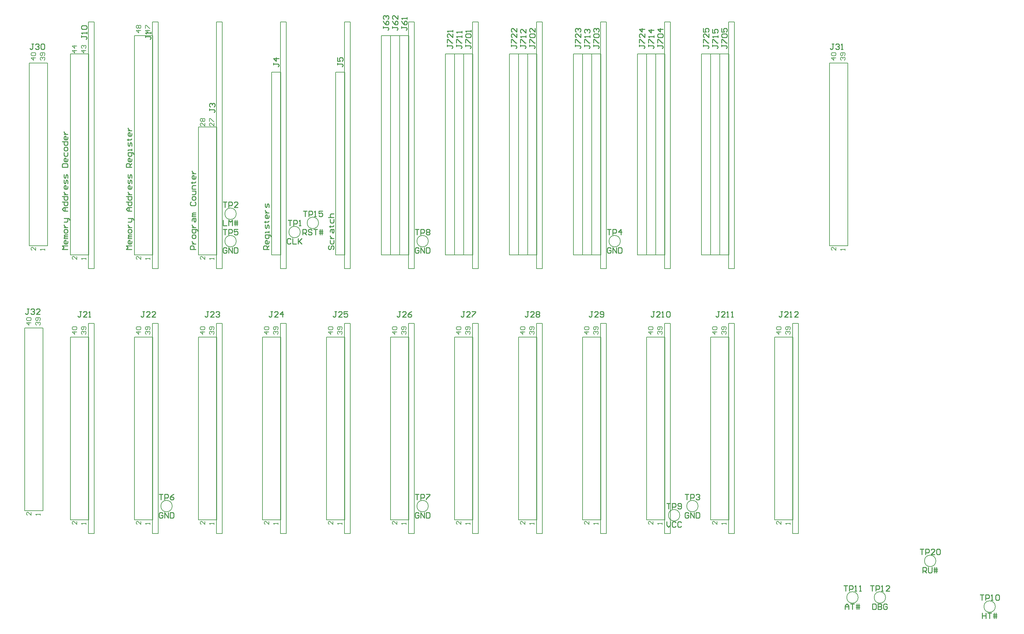
<source format=gto>
G04*
G04 #@! TF.GenerationSoftware,Altium Limited,Altium Designer,21.9.1 (22)*
G04*
G04 Layer_Color=65535*
%FSLAX25Y25*%
%MOIN*%
G70*
G04*
G04 #@! TF.SameCoordinates,ED34AEAF-C743-4D8C-A4B6-5B60F8E4C993*
G04*
G04*
G04 #@! TF.FilePolarity,Positive*
G04*
G01*
G75*
%ADD10C,0.00787*%
%ADD11C,0.00500*%
%ADD12C,0.00800*%
%ADD13C,0.01000*%
D10*
X841240Y180000D02*
G03*
X841240Y180000I-6240J0D01*
G01*
X1101240Y120000D02*
G03*
X1101240Y120000I-6240J0D01*
G01*
X426240Y490000D02*
G03*
X426240Y490000I-6240J0D01*
G01*
X1166240Y70000D02*
G03*
X1166240Y70000I-6240J0D01*
G01*
X1016240Y80000D02*
G03*
X1016240Y80000I-6240J0D01*
G01*
X1046240D02*
G03*
X1046240Y80000I-6240J0D01*
G01*
X546240Y470000D02*
G03*
X546240Y470000I-6240J0D01*
G01*
X406240Y480000D02*
G03*
X406240Y480000I-6240J0D01*
G01*
X336240Y500000D02*
G03*
X336240Y500000I-6240J0D01*
G01*
Y470000D02*
G03*
X336240Y470000I-6240J0D01*
G01*
X266240Y180000D02*
G03*
X266240Y180000I-6240J0D01*
G01*
X546240D02*
G03*
X546240Y180000I-6240J0D01*
G01*
X821240Y170000D02*
G03*
X821240Y170000I-6240J0D01*
G01*
X756240Y470000D02*
G03*
X756240Y470000I-6240J0D01*
G01*
X985000Y665000D02*
X1005000D01*
X985000Y465000D02*
X1005000D01*
X985000D02*
Y665000D01*
X1005000Y465000D02*
Y665000D01*
X785000Y365000D02*
X805000D01*
X785000Y165000D02*
X805000D01*
X785000D02*
Y365000D01*
X805000Y165000D02*
Y365000D01*
X110000Y665000D02*
X130000D01*
X110000Y465000D02*
X130000D01*
X110000D02*
Y665000D01*
X130000Y465000D02*
Y665000D01*
X225000Y695000D02*
X245000D01*
X225000Y455000D02*
X245000D01*
X225000D02*
Y695000D01*
X245000Y455000D02*
Y695000D01*
X505000Y462500D02*
Y695000D01*
Y455000D02*
Y462500D01*
Y455000D02*
X515000D01*
Y695000D01*
X505000D02*
X515000D01*
X495000Y462500D02*
Y695000D01*
Y455000D02*
Y462500D01*
Y455000D02*
X505000D01*
Y695000D01*
X495000D02*
X505000D01*
X845000Y462500D02*
Y675000D01*
Y455000D02*
Y462500D01*
Y455000D02*
X855000D01*
Y675000D01*
X845000D02*
X855000D01*
X725000Y462500D02*
Y675000D01*
Y455000D02*
Y462500D01*
Y455000D02*
X735000D01*
Y675000D01*
X725000D02*
X735000D01*
X705000Y462500D02*
Y675000D01*
Y455000D02*
Y462500D01*
Y455000D02*
X715000D01*
Y675000D01*
X705000D02*
X715000D01*
Y462500D02*
Y675000D01*
Y455000D02*
Y462500D01*
Y455000D02*
X725000D01*
Y675000D01*
X715000D02*
X725000D01*
X575000Y462500D02*
Y675000D01*
Y455000D02*
Y462500D01*
Y455000D02*
X585000D01*
Y675000D01*
X575000D02*
X585000D01*
X565000Y462500D02*
Y675000D01*
Y455000D02*
Y462500D01*
Y455000D02*
X575000D01*
Y675000D01*
X565000D02*
X575000D01*
X585000Y462500D02*
Y675000D01*
Y455000D02*
Y462500D01*
Y455000D02*
X595000D01*
Y675000D01*
X585000D02*
X595000D01*
X795000Y462500D02*
Y675000D01*
Y455000D02*
Y462500D01*
Y455000D02*
X805000D01*
Y675000D01*
X795000D02*
X805000D01*
X785000Y462500D02*
Y675000D01*
Y455000D02*
Y462500D01*
Y455000D02*
X795000D01*
Y675000D01*
X785000D02*
X795000D01*
X775000Y462500D02*
Y675000D01*
Y455000D02*
Y462500D01*
Y455000D02*
X785000D01*
Y675000D01*
X775000D02*
X785000D01*
X855000Y462500D02*
Y675000D01*
Y455000D02*
Y462500D01*
Y455000D02*
X865000D01*
Y675000D01*
X855000D02*
X865000D01*
X655000Y462500D02*
Y675000D01*
Y455000D02*
Y462500D01*
Y455000D02*
X665000D01*
Y675000D01*
X655000D02*
X665000D01*
X865000Y462500D02*
Y675000D01*
Y455000D02*
Y462500D01*
Y455000D02*
X875000D01*
Y675000D01*
X865000D02*
X875000D01*
X635000Y462500D02*
Y675000D01*
Y455000D02*
Y462500D01*
Y455000D02*
X645000D01*
Y675000D01*
X635000D02*
X645000D01*
X515000Y462500D02*
Y695000D01*
Y455000D02*
Y462500D01*
Y455000D02*
X525000D01*
Y695000D01*
X515000D02*
X525000D01*
X645000Y462500D02*
Y675000D01*
Y455000D02*
Y462500D01*
Y455000D02*
X655000D01*
Y675000D01*
X645000D02*
X655000D01*
X155000D02*
X175000D01*
X155000Y455000D02*
X175000D01*
X155000D02*
Y675000D01*
X175000Y455000D02*
Y675000D01*
X295000Y595000D02*
X315000D01*
X295000Y455000D02*
X315000D01*
Y595000D01*
X295000Y455000D02*
Y595000D01*
X375000Y462500D02*
Y655000D01*
Y455000D02*
Y462500D01*
Y455000D02*
X385000D01*
Y655000D01*
X375000D02*
X385000D01*
X445000Y462500D02*
Y655000D01*
Y455000D02*
Y462500D01*
Y455000D02*
X455000D01*
Y655000D01*
X445000D02*
X455000D01*
X125000Y175000D02*
Y375000D01*
X105000Y175000D02*
Y375000D01*
Y175000D02*
X125000D01*
X105000Y375000D02*
X125000D01*
X175000Y165000D02*
Y365000D01*
X155000Y165000D02*
Y365000D01*
Y165000D02*
X175000D01*
X155000Y365000D02*
X175000D01*
X245000Y165000D02*
Y365000D01*
X225000Y165000D02*
Y365000D01*
Y165000D02*
X245000D01*
X225000Y365000D02*
X245000D01*
X315000Y165000D02*
Y365000D01*
X295000Y165000D02*
Y365000D01*
Y165000D02*
X315000D01*
X295000Y365000D02*
X315000D01*
X385000Y165000D02*
Y365000D01*
X365000Y165000D02*
Y365000D01*
Y165000D02*
X385000D01*
X365000Y365000D02*
X385000D01*
X455000Y165000D02*
Y365000D01*
X435000Y165000D02*
Y365000D01*
Y165000D02*
X455000D01*
X435000Y365000D02*
X455000D01*
X525000Y165000D02*
Y365000D01*
X505000Y165000D02*
Y365000D01*
Y165000D02*
X525000D01*
X505000Y365000D02*
X525000D01*
X595000Y165000D02*
Y365000D01*
X575000Y165000D02*
Y365000D01*
Y165000D02*
X595000D01*
X575000Y365000D02*
X595000D01*
X665000Y165000D02*
Y365000D01*
X645000Y165000D02*
Y365000D01*
Y165000D02*
X665000D01*
X645000Y365000D02*
X665000D01*
X735000Y165000D02*
Y365000D01*
X715000Y165000D02*
Y365000D01*
Y165000D02*
X735000D01*
X715000Y365000D02*
X735000D01*
X875000Y165000D02*
Y365000D01*
X855000Y165000D02*
Y365000D01*
Y165000D02*
X875000D01*
X855000Y365000D02*
X875000D01*
X945000Y165000D02*
Y365000D01*
X925000Y165000D02*
Y365000D01*
Y165000D02*
X945000D01*
X925000Y365000D02*
X945000D01*
D11*
X181024Y150000D02*
X181024Y380000D01*
X174724Y150000D02*
X174724Y380000D01*
X174724Y150000D02*
X181024D01*
X174724Y380000D02*
X181024D01*
X321024Y150000D02*
X321024Y380000D01*
X314724Y150000D02*
X314724Y380000D01*
X314724Y150000D02*
X321024D01*
X314724Y380000D02*
X321024D01*
X391024Y150000D02*
X391024Y380000D01*
X384724Y150000D02*
X384724Y380000D01*
X384724Y150000D02*
X391024D01*
X384724Y380000D02*
X391024D01*
X461024Y150000D02*
X461024Y380000D01*
X454724Y150000D02*
X454724Y380000D01*
X454724Y150000D02*
X461024D01*
X454724Y380000D02*
X461024D01*
X531024Y150000D02*
X531024Y380000D01*
X524724Y150000D02*
X524724Y380000D01*
X524724Y150000D02*
X531024D01*
X524724Y380000D02*
X531024D01*
X601024Y150000D02*
X601024Y380000D01*
X594724Y150000D02*
X594724Y380000D01*
X594724Y150000D02*
X601024D01*
X594724Y380000D02*
X601024D01*
X671024Y150000D02*
X671024Y380000D01*
X664724Y150000D02*
X664724Y380000D01*
X664724Y150000D02*
X671024D01*
X664724Y380000D02*
X671024D01*
X741024Y150000D02*
X741024Y380000D01*
X734724Y150000D02*
X734724Y380000D01*
X734724Y150000D02*
X741024D01*
X734724Y380000D02*
X741024D01*
X811024Y150000D02*
X811024Y380000D01*
X804724Y150000D02*
X804724Y380000D01*
X804724Y150000D02*
X811024D01*
X804724Y380000D02*
X811024D01*
X874724D02*
X881024D01*
X874724Y150000D02*
X881024D01*
X874724D02*
X874724Y380000D01*
X881024Y150000D02*
X881024Y380000D01*
X944724D02*
X951024D01*
X944724Y150000D02*
X951024D01*
X944724D02*
X944724Y380000D01*
X951024Y150000D02*
X951024Y380000D01*
X321024Y440000D02*
X321024Y710000D01*
X314724Y440000D02*
X314724Y710000D01*
X251024Y150000D02*
X251024Y380000D01*
X244724Y150000D02*
X244724Y380000D01*
X244724Y150000D02*
X251024D01*
X244724Y380000D02*
X251024D01*
X874724Y710000D02*
X881024D01*
X874724Y440000D02*
X881024D01*
X804724Y710000D02*
X811024D01*
X804724Y440000D02*
X811024D01*
X734724Y710000D02*
X741024D01*
X734724Y440000D02*
X741024D01*
X664724Y710000D02*
X671024D01*
X664724Y440000D02*
X671024D01*
X594724Y710000D02*
X601024D01*
X594724Y440000D02*
X601024D01*
X524724Y710000D02*
X531024D01*
X524724Y440000D02*
X531024D01*
X454724Y710000D02*
X461024D01*
X454724Y440000D02*
X461024D01*
X384724Y710000D02*
X391024D01*
X384724Y440000D02*
X391024D01*
X314724Y710000D02*
X321024D01*
X314724Y440000D02*
X321024D01*
X244724Y710000D02*
X251024D01*
X244724Y440000D02*
X251024D01*
X181024D02*
X181024Y710000D01*
X174724Y440000D02*
X174724Y710000D01*
X251024Y440000D02*
X251024Y710000D01*
X244724Y440000D02*
X244724Y710000D01*
X391024Y440000D02*
X391024Y710000D01*
X384724Y440000D02*
X384724Y710000D01*
X461024Y440000D02*
X461024Y710000D01*
X454724Y440000D02*
X454724Y710000D01*
X531024Y440000D02*
X531024Y710000D01*
X524724Y440000D02*
X524724Y710000D01*
X601024Y440000D02*
X601024Y710000D01*
X594724Y440000D02*
X594724Y710000D01*
X881024Y440000D02*
X881024Y710000D01*
X874724Y440000D02*
X874724Y710000D01*
X811024Y440000D02*
X811024Y710000D01*
X804724Y440000D02*
X804724Y710000D01*
X671024Y440000D02*
X671024Y710000D01*
X664724Y440000D02*
X664724Y710000D01*
X734724Y440000D02*
X734724Y710000D01*
X741024Y440000D02*
X741024Y710000D01*
X174724Y440000D02*
X181024D01*
X174724Y710000D02*
X181024D01*
D12*
X997835Y668000D02*
X997002Y668833D01*
Y670499D01*
X997835Y671332D01*
X998668D01*
X999501Y670499D01*
Y669666D01*
Y670499D01*
X1000334Y671332D01*
X1001167D01*
X1002000Y670499D01*
Y668833D01*
X1001167Y668000D01*
Y672998D02*
X1002000Y673831D01*
Y675498D01*
X1001167Y676331D01*
X997835D01*
X997002Y675498D01*
Y673831D01*
X997835Y672998D01*
X998668D01*
X999501Y673831D01*
Y676331D01*
X992000Y670499D02*
X987002D01*
X989501Y668000D01*
Y671332D01*
X987835Y672998D02*
X987002Y673831D01*
Y675498D01*
X987835Y676331D01*
X991167D01*
X992000Y675498D01*
Y673831D01*
X991167Y672998D01*
X987835D01*
X992000Y463332D02*
Y460000D01*
X988668Y463332D01*
X987835D01*
X987002Y462499D01*
Y460833D01*
X987835Y460000D01*
X1002000D02*
Y461666D01*
Y460833D01*
X997002D01*
X997835Y460000D01*
X797835Y368000D02*
X797002Y368833D01*
Y370499D01*
X797835Y371332D01*
X798668D01*
X799501Y370499D01*
Y369666D01*
Y370499D01*
X800334Y371332D01*
X801167D01*
X802000Y370499D01*
Y368833D01*
X801167Y368000D01*
Y372998D02*
X802000Y373831D01*
Y375498D01*
X801167Y376331D01*
X797835D01*
X797002Y375498D01*
Y373831D01*
X797835Y372998D01*
X798668D01*
X799501Y373831D01*
Y376331D01*
X792000Y370499D02*
X787002D01*
X789501Y368000D01*
Y371332D01*
X787835Y372998D02*
X787002Y373831D01*
Y375498D01*
X787835Y376331D01*
X791167D01*
X792000Y375498D01*
Y373831D01*
X791167Y372998D01*
X787835D01*
X792000Y163332D02*
Y160000D01*
X788668Y163332D01*
X787835D01*
X787002Y162499D01*
Y160833D01*
X787835Y160000D01*
X802000D02*
Y161666D01*
Y160833D01*
X797002D01*
X797835Y160000D01*
X122835Y668000D02*
X122002Y668833D01*
Y670499D01*
X122835Y671332D01*
X123668D01*
X124501Y670499D01*
Y669666D01*
Y670499D01*
X125334Y671332D01*
X126167D01*
X127000Y670499D01*
Y668833D01*
X126167Y668000D01*
Y672998D02*
X127000Y673831D01*
Y675498D01*
X126167Y676331D01*
X122835D01*
X122002Y675498D01*
Y673831D01*
X122835Y672998D01*
X123668D01*
X124501Y673831D01*
Y676331D01*
X117000Y670499D02*
X112002D01*
X114501Y668000D01*
Y671332D01*
X112835Y672998D02*
X112002Y673831D01*
Y675498D01*
X112835Y676331D01*
X116167D01*
X117000Y675498D01*
Y673831D01*
X116167Y672998D01*
X112835D01*
X117000Y463332D02*
Y460000D01*
X113668Y463332D01*
X112835D01*
X112002Y462499D01*
Y460833D01*
X112835Y460000D01*
X127000D02*
Y461666D01*
Y460833D01*
X122002D01*
X122835Y460000D01*
X242000Y700499D02*
X237002D01*
X239501Y698000D01*
Y701332D01*
X237002Y702998D02*
Y706331D01*
X237835D01*
X241167Y702998D01*
X242000D01*
X232000Y700499D02*
X227002D01*
X229501Y698000D01*
Y701332D01*
X227835Y702998D02*
X227002Y703831D01*
Y705498D01*
X227835Y706331D01*
X228668D01*
X229501Y705498D01*
X230334Y706331D01*
X231167D01*
X232000Y705498D01*
Y703831D01*
X231167Y702998D01*
X230334D01*
X229501Y703831D01*
X228668Y702998D01*
X227835D01*
X229501Y703831D02*
Y705498D01*
X242000Y450000D02*
Y451666D01*
Y450833D01*
X237002D01*
X237835Y450000D01*
X232000Y453332D02*
Y450000D01*
X228668Y453332D01*
X227835D01*
X227002Y452499D01*
Y450833D01*
X227835Y450000D01*
X172000Y678499D02*
X167002D01*
X169501Y676000D01*
Y679332D01*
X167835Y680998D02*
X167002Y681831D01*
Y683498D01*
X167835Y684331D01*
X168668D01*
X169501Y683498D01*
Y682664D01*
Y683498D01*
X170334Y684331D01*
X171167D01*
X172000Y683498D01*
Y681831D01*
X171167Y680998D01*
X162000Y678499D02*
X157002D01*
X159501Y676000D01*
Y679332D01*
X162000Y683498D02*
X157002D01*
X159501Y680998D01*
Y684331D01*
X172000Y450000D02*
Y451666D01*
Y450833D01*
X167002D01*
X167835Y450000D01*
X162000Y453332D02*
Y450000D01*
X158668Y453332D01*
X157835D01*
X157002Y452499D01*
Y450833D01*
X157835Y450000D01*
X302000Y453332D02*
Y450000D01*
X298668Y453332D01*
X297835D01*
X297002Y452499D01*
Y450833D01*
X297835Y450000D01*
X312000D02*
Y451666D01*
Y450833D01*
X307002D01*
X307835Y450000D01*
X312000Y599332D02*
Y596000D01*
X308668Y599332D01*
X307835D01*
X307002Y598499D01*
Y596833D01*
X307835Y596000D01*
X307002Y600998D02*
Y604331D01*
X307835D01*
X311167Y600998D01*
X312000D01*
X302000Y599332D02*
Y596000D01*
X298668Y599332D01*
X297835D01*
X297002Y598499D01*
Y596833D01*
X297835Y596000D01*
Y600998D02*
X297002Y601831D01*
Y603498D01*
X297835Y604331D01*
X298668D01*
X299501Y603498D01*
X300334Y604331D01*
X301167D01*
X302000Y603498D01*
Y601831D01*
X301167Y600998D01*
X300334D01*
X299501Y601831D01*
X298668Y600998D01*
X297835D01*
X299501Y601831D02*
Y603498D01*
X122000Y170000D02*
Y171666D01*
Y170833D01*
X117002D01*
X117835Y170000D01*
X112000Y173332D02*
Y170000D01*
X108668Y173332D01*
X107835D01*
X107002Y172499D01*
Y170833D01*
X107835Y170000D01*
X112000Y380499D02*
X107002D01*
X109501Y378000D01*
Y381332D01*
X107835Y382998D02*
X107002Y383831D01*
Y385498D01*
X107835Y386331D01*
X111167D01*
X112000Y385498D01*
Y383831D01*
X111167Y382998D01*
X107835D01*
X117835Y378000D02*
X117002Y378833D01*
Y380499D01*
X117835Y381332D01*
X118668D01*
X119501Y380499D01*
Y379666D01*
Y380499D01*
X120334Y381332D01*
X121167D01*
X122000Y380499D01*
Y378833D01*
X121167Y378000D01*
Y382998D02*
X122000Y383831D01*
Y385498D01*
X121167Y386331D01*
X117835D01*
X117002Y385498D01*
Y383831D01*
X117835Y382998D01*
X118668D01*
X119501Y383831D01*
Y386331D01*
X172000Y160000D02*
Y161666D01*
Y160833D01*
X167002D01*
X167835Y160000D01*
X162000Y163332D02*
Y160000D01*
X158668Y163332D01*
X157835D01*
X157002Y162499D01*
Y160833D01*
X157835Y160000D01*
X162000Y370499D02*
X157002D01*
X159501Y368000D01*
Y371332D01*
X157835Y372998D02*
X157002Y373831D01*
Y375498D01*
X157835Y376331D01*
X161167D01*
X162000Y375498D01*
Y373831D01*
X161167Y372998D01*
X157835D01*
X167835Y368000D02*
X167002Y368833D01*
Y370499D01*
X167835Y371332D01*
X168668D01*
X169501Y370499D01*
Y369666D01*
Y370499D01*
X170334Y371332D01*
X171167D01*
X172000Y370499D01*
Y368833D01*
X171167Y368000D01*
Y372998D02*
X172000Y373831D01*
Y375498D01*
X171167Y376331D01*
X167835D01*
X167002Y375498D01*
Y373831D01*
X167835Y372998D01*
X168668D01*
X169501Y373831D01*
Y376331D01*
X242000Y160000D02*
Y161666D01*
Y160833D01*
X237002D01*
X237835Y160000D01*
X232000Y163332D02*
Y160000D01*
X228668Y163332D01*
X227835D01*
X227002Y162499D01*
Y160833D01*
X227835Y160000D01*
X232000Y370499D02*
X227002D01*
X229501Y368000D01*
Y371332D01*
X227835Y372998D02*
X227002Y373831D01*
Y375498D01*
X227835Y376331D01*
X231167D01*
X232000Y375498D01*
Y373831D01*
X231167Y372998D01*
X227835D01*
X237835Y368000D02*
X237002Y368833D01*
Y370499D01*
X237835Y371332D01*
X238668D01*
X239501Y370499D01*
Y369666D01*
Y370499D01*
X240334Y371332D01*
X241167D01*
X242000Y370499D01*
Y368833D01*
X241167Y368000D01*
Y372998D02*
X242000Y373831D01*
Y375498D01*
X241167Y376331D01*
X237835D01*
X237002Y375498D01*
Y373831D01*
X237835Y372998D01*
X238668D01*
X239501Y373831D01*
Y376331D01*
X312000Y160000D02*
Y161666D01*
Y160833D01*
X307002D01*
X307835Y160000D01*
X302000Y163332D02*
Y160000D01*
X298668Y163332D01*
X297835D01*
X297002Y162499D01*
Y160833D01*
X297835Y160000D01*
X302000Y370499D02*
X297002D01*
X299501Y368000D01*
Y371332D01*
X297835Y372998D02*
X297002Y373831D01*
Y375498D01*
X297835Y376331D01*
X301167D01*
X302000Y375498D01*
Y373831D01*
X301167Y372998D01*
X297835D01*
X307835Y368000D02*
X307002Y368833D01*
Y370499D01*
X307835Y371332D01*
X308668D01*
X309501Y370499D01*
Y369666D01*
Y370499D01*
X310334Y371332D01*
X311167D01*
X312000Y370499D01*
Y368833D01*
X311167Y368000D01*
Y372998D02*
X312000Y373831D01*
Y375498D01*
X311167Y376331D01*
X307835D01*
X307002Y375498D01*
Y373831D01*
X307835Y372998D01*
X308668D01*
X309501Y373831D01*
Y376331D01*
X382000Y160000D02*
Y161666D01*
Y160833D01*
X377002D01*
X377835Y160000D01*
X372000Y163332D02*
Y160000D01*
X368668Y163332D01*
X367835D01*
X367002Y162499D01*
Y160833D01*
X367835Y160000D01*
X372000Y370499D02*
X367002D01*
X369501Y368000D01*
Y371332D01*
X367835Y372998D02*
X367002Y373831D01*
Y375498D01*
X367835Y376331D01*
X371167D01*
X372000Y375498D01*
Y373831D01*
X371167Y372998D01*
X367835D01*
X377835Y368000D02*
X377002Y368833D01*
Y370499D01*
X377835Y371332D01*
X378668D01*
X379501Y370499D01*
Y369666D01*
Y370499D01*
X380334Y371332D01*
X381167D01*
X382000Y370499D01*
Y368833D01*
X381167Y368000D01*
Y372998D02*
X382000Y373831D01*
Y375498D01*
X381167Y376331D01*
X377835D01*
X377002Y375498D01*
Y373831D01*
X377835Y372998D01*
X378668D01*
X379501Y373831D01*
Y376331D01*
X452000Y160000D02*
Y161666D01*
Y160833D01*
X447002D01*
X447835Y160000D01*
X442000Y163332D02*
Y160000D01*
X438668Y163332D01*
X437835D01*
X437002Y162499D01*
Y160833D01*
X437835Y160000D01*
X442000Y370499D02*
X437002D01*
X439501Y368000D01*
Y371332D01*
X437835Y372998D02*
X437002Y373831D01*
Y375498D01*
X437835Y376331D01*
X441167D01*
X442000Y375498D01*
Y373831D01*
X441167Y372998D01*
X437835D01*
X447835Y368000D02*
X447002Y368833D01*
Y370499D01*
X447835Y371332D01*
X448668D01*
X449501Y370499D01*
Y369666D01*
Y370499D01*
X450334Y371332D01*
X451167D01*
X452000Y370499D01*
Y368833D01*
X451167Y368000D01*
Y372998D02*
X452000Y373831D01*
Y375498D01*
X451167Y376331D01*
X447835D01*
X447002Y375498D01*
Y373831D01*
X447835Y372998D01*
X448668D01*
X449501Y373831D01*
Y376331D01*
X522000Y160000D02*
Y161666D01*
Y160833D01*
X517002D01*
X517835Y160000D01*
X512000Y163332D02*
Y160000D01*
X508668Y163332D01*
X507835D01*
X507002Y162499D01*
Y160833D01*
X507835Y160000D01*
X512000Y370499D02*
X507002D01*
X509501Y368000D01*
Y371332D01*
X507835Y372998D02*
X507002Y373831D01*
Y375498D01*
X507835Y376331D01*
X511167D01*
X512000Y375498D01*
Y373831D01*
X511167Y372998D01*
X507835D01*
X517835Y368000D02*
X517002Y368833D01*
Y370499D01*
X517835Y371332D01*
X518668D01*
X519501Y370499D01*
Y369666D01*
Y370499D01*
X520334Y371332D01*
X521167D01*
X522000Y370499D01*
Y368833D01*
X521167Y368000D01*
Y372998D02*
X522000Y373831D01*
Y375498D01*
X521167Y376331D01*
X517835D01*
X517002Y375498D01*
Y373831D01*
X517835Y372998D01*
X518668D01*
X519501Y373831D01*
Y376331D01*
X592000Y160000D02*
Y161666D01*
Y160833D01*
X587002D01*
X587835Y160000D01*
X582000Y163332D02*
Y160000D01*
X578668Y163332D01*
X577835D01*
X577002Y162499D01*
Y160833D01*
X577835Y160000D01*
X582000Y370499D02*
X577002D01*
X579501Y368000D01*
Y371332D01*
X577835Y372998D02*
X577002Y373831D01*
Y375498D01*
X577835Y376331D01*
X581167D01*
X582000Y375498D01*
Y373831D01*
X581167Y372998D01*
X577835D01*
X587835Y368000D02*
X587002Y368833D01*
Y370499D01*
X587835Y371332D01*
X588668D01*
X589501Y370499D01*
Y369666D01*
Y370499D01*
X590334Y371332D01*
X591167D01*
X592000Y370499D01*
Y368833D01*
X591167Y368000D01*
Y372998D02*
X592000Y373831D01*
Y375498D01*
X591167Y376331D01*
X587835D01*
X587002Y375498D01*
Y373831D01*
X587835Y372998D01*
X588668D01*
X589501Y373831D01*
Y376331D01*
X662000Y160000D02*
Y161666D01*
Y160833D01*
X657002D01*
X657835Y160000D01*
X652000Y163332D02*
Y160000D01*
X648668Y163332D01*
X647835D01*
X647002Y162499D01*
Y160833D01*
X647835Y160000D01*
X652000Y370499D02*
X647002D01*
X649501Y368000D01*
Y371332D01*
X647835Y372998D02*
X647002Y373831D01*
Y375498D01*
X647835Y376331D01*
X651167D01*
X652000Y375498D01*
Y373831D01*
X651167Y372998D01*
X647835D01*
X657835Y368000D02*
X657002Y368833D01*
Y370499D01*
X657835Y371332D01*
X658668D01*
X659501Y370499D01*
Y369666D01*
Y370499D01*
X660334Y371332D01*
X661167D01*
X662000Y370499D01*
Y368833D01*
X661167Y368000D01*
Y372998D02*
X662000Y373831D01*
Y375498D01*
X661167Y376331D01*
X657835D01*
X657002Y375498D01*
Y373831D01*
X657835Y372998D01*
X658668D01*
X659501Y373831D01*
Y376331D01*
X732000Y160000D02*
Y161666D01*
Y160833D01*
X727002D01*
X727835Y160000D01*
X722000Y163332D02*
Y160000D01*
X718668Y163332D01*
X717835D01*
X717002Y162499D01*
Y160833D01*
X717835Y160000D01*
X722000Y370499D02*
X717002D01*
X719501Y368000D01*
Y371332D01*
X717835Y372998D02*
X717002Y373831D01*
Y375498D01*
X717835Y376331D01*
X721167D01*
X722000Y375498D01*
Y373831D01*
X721167Y372998D01*
X717835D01*
X727835Y368000D02*
X727002Y368833D01*
Y370499D01*
X727835Y371332D01*
X728668D01*
X729501Y370499D01*
Y369666D01*
Y370499D01*
X730334Y371332D01*
X731167D01*
X732000Y370499D01*
Y368833D01*
X731167Y368000D01*
Y372998D02*
X732000Y373831D01*
Y375498D01*
X731167Y376331D01*
X727835D01*
X727002Y375498D01*
Y373831D01*
X727835Y372998D01*
X728668D01*
X729501Y373831D01*
Y376331D01*
X872000Y160000D02*
Y161666D01*
Y160833D01*
X867002D01*
X867835Y160000D01*
X862000Y163332D02*
Y160000D01*
X858668Y163332D01*
X857835D01*
X857002Y162499D01*
Y160833D01*
X857835Y160000D01*
X862000Y370499D02*
X857002D01*
X859501Y368000D01*
Y371332D01*
X857835Y372998D02*
X857002Y373831D01*
Y375498D01*
X857835Y376331D01*
X861167D01*
X862000Y375498D01*
Y373831D01*
X861167Y372998D01*
X857835D01*
X867835Y368000D02*
X867002Y368833D01*
Y370499D01*
X867835Y371332D01*
X868668D01*
X869501Y370499D01*
Y369666D01*
Y370499D01*
X870334Y371332D01*
X871167D01*
X872000Y370499D01*
Y368833D01*
X871167Y368000D01*
Y372998D02*
X872000Y373831D01*
Y375498D01*
X871167Y376331D01*
X867835D01*
X867002Y375498D01*
Y373831D01*
X867835Y372998D01*
X868668D01*
X869501Y373831D01*
Y376331D01*
X942000Y160000D02*
Y161666D01*
Y160833D01*
X937002D01*
X937835Y160000D01*
X932000Y163332D02*
Y160000D01*
X928668Y163332D01*
X927835D01*
X927002Y162499D01*
Y160833D01*
X927835Y160000D01*
X932000Y370499D02*
X927002D01*
X929501Y368000D01*
Y371332D01*
X927835Y372998D02*
X927002Y373831D01*
Y375498D01*
X927835Y376331D01*
X931167D01*
X932000Y375498D01*
Y373831D01*
X931167Y372998D01*
X927835D01*
X937835Y368000D02*
X937002Y368833D01*
Y370499D01*
X937835Y371332D01*
X938668D01*
X939501Y370499D01*
Y369666D01*
Y370499D01*
X940334Y371332D01*
X941167D01*
X942000Y370499D01*
Y368833D01*
X941167Y368000D01*
Y372998D02*
X942000Y373831D01*
Y375498D01*
X941167Y376331D01*
X937835D01*
X937002Y375498D01*
Y373831D01*
X937835Y372998D01*
X938668D01*
X939501Y373831D01*
Y376331D01*
D13*
X1084004Y132999D02*
X1088002D01*
X1086003D01*
Y127001D01*
X1090002D02*
Y132999D01*
X1093001D01*
X1094000Y131999D01*
Y130000D01*
X1093001Y129000D01*
X1090002D01*
X1099998Y127001D02*
X1096000D01*
X1099998Y131000D01*
Y131999D01*
X1098999Y132999D01*
X1096999D01*
X1096000Y131999D01*
X1101998D02*
X1102997Y132999D01*
X1104997D01*
X1105997Y131999D01*
Y128001D01*
X1104997Y127001D01*
X1102997D01*
X1101998Y128001D01*
Y131999D01*
X1087003Y107001D02*
Y112999D01*
X1090002D01*
X1091001Y111999D01*
Y110000D01*
X1090002Y109000D01*
X1087003D01*
X1089002D02*
X1091001Y107001D01*
X1093001Y112999D02*
Y108001D01*
X1094000Y107001D01*
X1096000D01*
X1096999Y108001D01*
Y112999D01*
X1099998Y107001D02*
Y112999D01*
X1101998D02*
Y107001D01*
X1098999Y111000D02*
X1101998D01*
X1102997D01*
X1098999Y109000D02*
X1102997D01*
X827003Y192999D02*
X831001D01*
X829002D01*
Y187001D01*
X833001D02*
Y192999D01*
X836000D01*
X836999Y191999D01*
Y190000D01*
X836000Y189000D01*
X833001D01*
X838999Y191999D02*
X839998Y192999D01*
X841998D01*
X842997Y191999D01*
Y191000D01*
X841998Y190000D01*
X840998D01*
X841998D01*
X842997Y189000D01*
Y188001D01*
X841998Y187001D01*
X839998D01*
X838999Y188001D01*
X831001Y171999D02*
X830002Y172999D01*
X828002D01*
X827003Y171999D01*
Y168001D01*
X828002Y167001D01*
X830002D01*
X831001Y168001D01*
Y170000D01*
X829002D01*
X833001Y167001D02*
Y172999D01*
X836999Y167001D01*
Y172999D01*
X838999D02*
Y167001D01*
X841998D01*
X842997Y168001D01*
Y171999D01*
X841998Y172999D01*
X838999D01*
X1029503Y92999D02*
X1033502D01*
X1031503D01*
Y87001D01*
X1035501D02*
Y92999D01*
X1038500D01*
X1039500Y91999D01*
Y90000D01*
X1038500Y89000D01*
X1035501D01*
X1041500Y87001D02*
X1043499D01*
X1042499D01*
Y92999D01*
X1041500Y91999D01*
X1050497Y87001D02*
X1046498D01*
X1050497Y91000D01*
Y91999D01*
X1049497Y92999D01*
X1047498D01*
X1046498Y91999D01*
X1032003Y72999D02*
Y67001D01*
X1035002D01*
X1036001Y68001D01*
Y71999D01*
X1035002Y72999D01*
X1032003D01*
X1038001D02*
Y67001D01*
X1041000D01*
X1041999Y68001D01*
Y69000D01*
X1041000Y70000D01*
X1038001D01*
X1041000D01*
X1041999Y71000D01*
Y71999D01*
X1041000Y72999D01*
X1038001D01*
X1047997Y71999D02*
X1046998Y72999D01*
X1044998D01*
X1043999Y71999D01*
Y68001D01*
X1044998Y67001D01*
X1046998D01*
X1047997Y68001D01*
Y70000D01*
X1045998D01*
X1000503Y92999D02*
X1004502D01*
X1002502D01*
Y87001D01*
X1006501D02*
Y92999D01*
X1009500D01*
X1010500Y91999D01*
Y90000D01*
X1009500Y89000D01*
X1006501D01*
X1012499Y87001D02*
X1014499D01*
X1013499D01*
Y92999D01*
X1012499Y91999D01*
X1017498Y87001D02*
X1019497D01*
X1018497D01*
Y92999D01*
X1017498Y91999D01*
X1002003Y67001D02*
Y71000D01*
X1004002Y72999D01*
X1006001Y71000D01*
Y67001D01*
Y70000D01*
X1002003D01*
X1008001Y72999D02*
X1011999D01*
X1010000D01*
Y67001D01*
X1014998D02*
Y72999D01*
X1016998D02*
Y67001D01*
X1013999Y71000D02*
X1016998D01*
X1017997D01*
X1013999Y69000D02*
X1017997D01*
X1149503Y82999D02*
X1153502D01*
X1151503D01*
Y77001D01*
X1155501D02*
Y82999D01*
X1158500D01*
X1159500Y81999D01*
Y80000D01*
X1158500Y79000D01*
X1155501D01*
X1161500Y77001D02*
X1163499D01*
X1162499D01*
Y82999D01*
X1161500Y81999D01*
X1166498D02*
X1167498Y82999D01*
X1169497D01*
X1170497Y81999D01*
Y78001D01*
X1169497Y77001D01*
X1167498D01*
X1166498Y78001D01*
Y81999D01*
X1152003Y62999D02*
Y57001D01*
Y60000D01*
X1156001D01*
Y62999D01*
Y57001D01*
X1158001Y62999D02*
X1161999D01*
X1160000D01*
Y57001D01*
X1164998D02*
Y62999D01*
X1166998D02*
Y57001D01*
X1163999Y61000D02*
X1166998D01*
X1167997D01*
X1163999Y59000D02*
X1167997D01*
X409503Y502999D02*
X413502D01*
X411503D01*
Y497001D01*
X415501D02*
Y502999D01*
X418501D01*
X419500Y501999D01*
Y500000D01*
X418501Y499000D01*
X415501D01*
X421499Y497001D02*
X423499D01*
X422499D01*
Y502999D01*
X421499Y501999D01*
X430497Y502999D02*
X426498D01*
Y500000D01*
X428497Y501000D01*
X429497D01*
X430497Y500000D01*
Y498001D01*
X429497Y497001D01*
X427498D01*
X426498Y498001D01*
X409004Y477001D02*
Y482999D01*
X412003D01*
X413002Y481999D01*
Y480000D01*
X412003Y479000D01*
X409004D01*
X411003D02*
X413002Y477001D01*
X419000Y481999D02*
X418001Y482999D01*
X416001D01*
X415002Y481999D01*
Y481000D01*
X416001Y480000D01*
X418001D01*
X419000Y479000D01*
Y478001D01*
X418001Y477001D01*
X416001D01*
X415002Y478001D01*
X421000Y482999D02*
X424998D01*
X422999D01*
Y477001D01*
X427997D02*
Y482999D01*
X429997D02*
Y477001D01*
X426998Y481000D02*
X429997D01*
X430997D01*
X426998Y479000D02*
X430997D01*
X114599Y686098D02*
X112599D01*
X113599D01*
Y681100D01*
X112599Y680100D01*
X111600D01*
X110600Y681100D01*
X116598Y685098D02*
X117598Y686098D01*
X119597D01*
X120597Y685098D01*
Y684099D01*
X119597Y683099D01*
X118597D01*
X119597D01*
X120597Y682099D01*
Y681100D01*
X119597Y680100D01*
X117598D01*
X116598Y681100D01*
X122596Y685098D02*
X123596Y686098D01*
X125595D01*
X126595Y685098D01*
Y681100D01*
X125595Y680100D01*
X123596D01*
X122596Y681100D01*
Y685098D01*
X847001Y684999D02*
Y682999D01*
Y683999D01*
X851999D01*
X852999Y682999D01*
Y682000D01*
X851999Y681000D01*
X847001Y686998D02*
Y690997D01*
X848001D01*
X851999Y686998D01*
X852999D01*
Y696995D02*
Y692996D01*
X849000Y696995D01*
X848001D01*
X847001Y695995D01*
Y693996D01*
X848001Y692996D01*
X847001Y702993D02*
Y698994D01*
X850000D01*
X849000Y700993D01*
Y701993D01*
X850000Y702993D01*
X851999D01*
X852999Y701993D01*
Y699994D01*
X851999Y698994D01*
X857001Y684999D02*
Y682999D01*
Y683999D01*
X861999D01*
X862999Y682999D01*
Y682000D01*
X861999Y681000D01*
X857001Y686998D02*
Y690997D01*
X858001D01*
X861999Y686998D01*
X862999D01*
Y692996D02*
Y694995D01*
Y693996D01*
X857001D01*
X858001Y692996D01*
X857001Y701993D02*
Y697995D01*
X860000D01*
X859000Y699994D01*
Y700993D01*
X860000Y701993D01*
X861999D01*
X862999Y700993D01*
Y698994D01*
X861999Y697995D01*
X867001Y684999D02*
Y682999D01*
Y683999D01*
X871999D01*
X872999Y682999D01*
Y682000D01*
X871999Y681000D01*
X867001Y686998D02*
Y690997D01*
X868001D01*
X871999Y686998D01*
X872999D01*
X868001Y692996D02*
X867001Y693996D01*
Y695995D01*
X868001Y696995D01*
X871999D01*
X872999Y695995D01*
Y693996D01*
X871999Y692996D01*
X868001D01*
X867001Y702993D02*
Y698994D01*
X870000D01*
X869000Y700993D01*
Y701993D01*
X870000Y702993D01*
X871999D01*
X872999Y701993D01*
Y699994D01*
X871999Y698994D01*
X777001Y684999D02*
Y682999D01*
Y683999D01*
X781999D01*
X782999Y682999D01*
Y682000D01*
X781999Y681000D01*
X777001Y686998D02*
Y690997D01*
X778001D01*
X781999Y686998D01*
X782999D01*
Y696995D02*
Y692996D01*
X779000Y696995D01*
X778001D01*
X777001Y695995D01*
Y693996D01*
X778001Y692996D01*
X782999Y701993D02*
X777001D01*
X780000Y698994D01*
Y702993D01*
X707001Y684999D02*
Y682999D01*
Y683999D01*
X711999D01*
X712999Y682999D01*
Y682000D01*
X711999Y681000D01*
X707001Y686998D02*
Y690997D01*
X708001D01*
X711999Y686998D01*
X712999D01*
Y696995D02*
Y692996D01*
X709000Y696995D01*
X708001D01*
X707001Y695995D01*
Y693996D01*
X708001Y692996D01*
Y698994D02*
X707001Y699994D01*
Y701993D01*
X708001Y702993D01*
X709000D01*
X710000Y701993D01*
Y700993D01*
Y701993D01*
X711000Y702993D01*
X711999D01*
X712999Y701993D01*
Y699994D01*
X711999Y698994D01*
X637001Y684999D02*
Y682999D01*
Y683999D01*
X641999D01*
X642999Y682999D01*
Y682000D01*
X641999Y681000D01*
X637001Y686998D02*
Y690997D01*
X638001D01*
X641999Y686998D01*
X642999D01*
Y696995D02*
Y692996D01*
X639000Y696995D01*
X638001D01*
X637001Y695995D01*
Y693996D01*
X638001Y692996D01*
X642999Y702993D02*
Y698994D01*
X639000Y702993D01*
X638001D01*
X637001Y701993D01*
Y699994D01*
X638001Y698994D01*
X567001Y684999D02*
Y682999D01*
Y683999D01*
X571999D01*
X572999Y682999D01*
Y682000D01*
X571999Y681000D01*
X567001Y686998D02*
Y690997D01*
X568001D01*
X571999Y686998D01*
X572999D01*
Y696995D02*
Y692996D01*
X569000Y696995D01*
X568001D01*
X567001Y695995D01*
Y693996D01*
X568001Y692996D01*
X572999Y698994D02*
Y700993D01*
Y699994D01*
X567001D01*
X568001Y698994D01*
X787001Y684999D02*
Y682999D01*
Y683999D01*
X791999D01*
X792999Y682999D01*
Y682000D01*
X791999Y681000D01*
X787001Y686998D02*
Y690997D01*
X788001D01*
X791999Y686998D01*
X792999D01*
Y692996D02*
Y694995D01*
Y693996D01*
X787001D01*
X788001Y692996D01*
X792999Y700993D02*
X787001D01*
X790000Y697995D01*
Y701993D01*
X717001Y684999D02*
Y682999D01*
Y683999D01*
X721999D01*
X722999Y682999D01*
Y682000D01*
X721999Y681000D01*
X717001Y686998D02*
Y690997D01*
X718001D01*
X721999Y686998D01*
X722999D01*
Y692996D02*
Y694995D01*
Y693996D01*
X717001D01*
X718001Y692996D01*
Y697995D02*
X717001Y698994D01*
Y700993D01*
X718001Y701993D01*
X719000D01*
X720000Y700993D01*
Y699994D01*
Y700993D01*
X721000Y701993D01*
X721999D01*
X722999Y700993D01*
Y698994D01*
X721999Y697995D01*
X647001Y684999D02*
Y682999D01*
Y683999D01*
X651999D01*
X652999Y682999D01*
Y682000D01*
X651999Y681000D01*
X647001Y686998D02*
Y690997D01*
X648001D01*
X651999Y686998D01*
X652999D01*
Y692996D02*
Y694995D01*
Y693996D01*
X647001D01*
X648001Y692996D01*
X652999Y701993D02*
Y697995D01*
X649000Y701993D01*
X648001D01*
X647001Y700993D01*
Y698994D01*
X648001Y697995D01*
X577001Y684999D02*
Y682999D01*
Y683999D01*
X581999D01*
X582999Y682999D01*
Y682000D01*
X581999Y681000D01*
X577001Y686998D02*
Y690997D01*
X578001D01*
X581999Y686998D01*
X582999D01*
Y692996D02*
Y694995D01*
Y693996D01*
X577001D01*
X578001Y692996D01*
X582999Y697995D02*
Y699994D01*
Y698994D01*
X577001D01*
X578001Y697995D01*
X797001Y684999D02*
Y682999D01*
Y683999D01*
X801999D01*
X802999Y682999D01*
Y682000D01*
X801999Y681000D01*
X797001Y686998D02*
Y690997D01*
X798001D01*
X801999Y686998D01*
X802999D01*
X798001Y692996D02*
X797001Y693996D01*
Y695995D01*
X798001Y696995D01*
X801999D01*
X802999Y695995D01*
Y693996D01*
X801999Y692996D01*
X798001D01*
X802999Y701993D02*
X797001D01*
X800000Y698994D01*
Y702993D01*
X727001Y684999D02*
Y682999D01*
Y683999D01*
X731999D01*
X732999Y682999D01*
Y682000D01*
X731999Y681000D01*
X727001Y686998D02*
Y690997D01*
X728001D01*
X731999Y686998D01*
X732999D01*
X728001Y692996D02*
X727001Y693996D01*
Y695995D01*
X728001Y696995D01*
X731999D01*
X732999Y695995D01*
Y693996D01*
X731999Y692996D01*
X728001D01*
Y698994D02*
X727001Y699994D01*
Y701993D01*
X728001Y702993D01*
X729000D01*
X730000Y701993D01*
Y700993D01*
Y701993D01*
X731000Y702993D01*
X731999D01*
X732999Y701993D01*
Y699994D01*
X731999Y698994D01*
X657001Y684999D02*
Y682999D01*
Y683999D01*
X661999D01*
X662999Y682999D01*
Y682000D01*
X661999Y681000D01*
X657001Y686998D02*
Y690997D01*
X658001D01*
X661999Y686998D01*
X662999D01*
X658001Y692996D02*
X657001Y693996D01*
Y695995D01*
X658001Y696995D01*
X661999D01*
X662999Y695995D01*
Y693996D01*
X661999Y692996D01*
X658001D01*
X662999Y702993D02*
Y698994D01*
X659000Y702993D01*
X658001D01*
X657001Y701993D01*
Y699994D01*
X658001Y698994D01*
X587001Y684999D02*
Y682999D01*
Y683999D01*
X591999D01*
X592999Y682999D01*
Y682000D01*
X591999Y681000D01*
X587001Y686998D02*
Y690997D01*
X588001D01*
X591999Y686998D01*
X592999D01*
X588001Y692996D02*
X587001Y693996D01*
Y695995D01*
X588001Y696995D01*
X591999D01*
X592999Y695995D01*
Y693996D01*
X591999Y692996D01*
X588001D01*
X592999Y698994D02*
Y700993D01*
Y699994D01*
X587001D01*
X588001Y698994D01*
X497001Y704999D02*
Y702999D01*
Y703999D01*
X501999D01*
X502999Y702999D01*
Y702000D01*
X501999Y701000D01*
X497001Y710997D02*
X498001Y708997D01*
X500000Y706998D01*
X501999D01*
X502999Y707998D01*
Y709997D01*
X501999Y710997D01*
X501000D01*
X500000Y709997D01*
Y706998D01*
X498001Y712996D02*
X497001Y713996D01*
Y715995D01*
X498001Y716995D01*
X499000D01*
X500000Y715995D01*
Y714995D01*
Y715995D01*
X501000Y716995D01*
X501999D01*
X502999Y715995D01*
Y713996D01*
X501999Y712996D01*
X507001Y704999D02*
Y702999D01*
Y703999D01*
X511999D01*
X512999Y702999D01*
Y702000D01*
X511999Y701000D01*
X507001Y710997D02*
X508001Y708997D01*
X510000Y706998D01*
X511999D01*
X512999Y707998D01*
Y709997D01*
X511999Y710997D01*
X511000D01*
X510000Y709997D01*
Y706998D01*
X512999Y716995D02*
Y712996D01*
X509000Y716995D01*
X508001D01*
X507001Y715995D01*
Y713996D01*
X508001Y712996D01*
X517001Y704999D02*
Y702999D01*
Y703999D01*
X521999D01*
X522999Y702999D01*
Y702000D01*
X521999Y701000D01*
X517001Y710997D02*
X518001Y708997D01*
X520000Y706998D01*
X521999D01*
X522999Y707998D01*
Y709997D01*
X521999Y710997D01*
X521000D01*
X520000Y709997D01*
Y706998D01*
X522999Y712996D02*
Y714995D01*
Y713996D01*
X517001D01*
X518001Y712996D01*
X807003Y182999D02*
X811001D01*
X809002D01*
Y177001D01*
X813001D02*
Y182999D01*
X816000D01*
X816999Y181999D01*
Y180000D01*
X816000Y179000D01*
X813001D01*
X818999Y178001D02*
X819998Y177001D01*
X821998D01*
X822997Y178001D01*
Y181999D01*
X821998Y182999D01*
X819998D01*
X818999Y181999D01*
Y181000D01*
X819998Y180000D01*
X822997D01*
X807003Y162999D02*
Y159000D01*
X809002Y157001D01*
X811001Y159000D01*
Y162999D01*
X816999Y161999D02*
X816000Y162999D01*
X814000D01*
X813001Y161999D01*
Y158001D01*
X814000Y157001D01*
X816000D01*
X816999Y158001D01*
X822997Y161999D02*
X821998Y162999D01*
X819998D01*
X818999Y161999D01*
Y158001D01*
X819998Y157001D01*
X821998D01*
X822997Y158001D01*
X532003Y482999D02*
X536001D01*
X534002D01*
Y477001D01*
X538001D02*
Y482999D01*
X541000D01*
X541999Y481999D01*
Y480000D01*
X541000Y479000D01*
X538001D01*
X543999Y481999D02*
X544998Y482999D01*
X546998D01*
X547997Y481999D01*
Y481000D01*
X546998Y480000D01*
X547997Y479000D01*
Y478001D01*
X546998Y477001D01*
X544998D01*
X543999Y478001D01*
Y479000D01*
X544998Y480000D01*
X543999Y481000D01*
Y481999D01*
X544998Y480000D02*
X546998D01*
X536001Y461999D02*
X535002Y462999D01*
X533002D01*
X532003Y461999D01*
Y458001D01*
X533002Y457001D01*
X535002D01*
X536001Y458001D01*
Y460000D01*
X534002D01*
X538001Y457001D02*
Y462999D01*
X541999Y457001D01*
Y462999D01*
X543999D02*
Y457001D01*
X546998D01*
X547997Y458001D01*
Y461999D01*
X546998Y462999D01*
X543999D01*
X532003Y192999D02*
X536001D01*
X534002D01*
Y187001D01*
X538001D02*
Y192999D01*
X541000D01*
X541999Y191999D01*
Y190000D01*
X541000Y189000D01*
X538001D01*
X543999Y192999D02*
X547997D01*
Y191999D01*
X543999Y188001D01*
Y187001D01*
X536001Y171999D02*
X535002Y172999D01*
X533002D01*
X532003Y171999D01*
Y168001D01*
X533002Y167001D01*
X535002D01*
X536001Y168001D01*
Y170000D01*
X534002D01*
X538001Y167001D02*
Y172999D01*
X541999Y167001D01*
Y172999D01*
X543999D02*
Y167001D01*
X546998D01*
X547997Y168001D01*
Y171999D01*
X546998Y172999D01*
X543999D01*
X742003Y482999D02*
X746001D01*
X744002D01*
Y477001D01*
X748001D02*
Y482999D01*
X751000D01*
X751999Y481999D01*
Y480000D01*
X751000Y479000D01*
X748001D01*
X756998Y477001D02*
Y482999D01*
X753999Y480000D01*
X757997D01*
X746001Y461999D02*
X745002Y462999D01*
X743002D01*
X742003Y461999D01*
Y458001D01*
X743002Y457001D01*
X745002D01*
X746001Y458001D01*
Y460000D01*
X744002D01*
X748001Y457001D02*
Y462999D01*
X751999Y457001D01*
Y462999D01*
X753999D02*
Y457001D01*
X756998D01*
X757997Y458001D01*
Y461999D01*
X756998Y462999D01*
X753999D01*
X252003Y192999D02*
X256001D01*
X254002D01*
Y187001D01*
X258001D02*
Y192999D01*
X261000D01*
X261999Y191999D01*
Y190000D01*
X261000Y189000D01*
X258001D01*
X267997Y192999D02*
X265998Y191999D01*
X263999Y190000D01*
Y188001D01*
X264998Y187001D01*
X266998D01*
X267997Y188001D01*
Y189000D01*
X266998Y190000D01*
X263999D01*
X256001Y171999D02*
X255002Y172999D01*
X253002D01*
X252003Y171999D01*
Y168001D01*
X253002Y167001D01*
X255002D01*
X256001Y168001D01*
Y170000D01*
X254002D01*
X258001Y167001D02*
Y172999D01*
X261999Y167001D01*
Y172999D01*
X263999D02*
Y167001D01*
X266998D01*
X267997Y168001D01*
Y171999D01*
X266998Y172999D01*
X263999D01*
X322003Y482999D02*
X326001D01*
X324002D01*
Y477001D01*
X328001D02*
Y482999D01*
X331000D01*
X331999Y481999D01*
Y480000D01*
X331000Y479000D01*
X328001D01*
X337997Y482999D02*
X333999D01*
Y480000D01*
X335998Y481000D01*
X336998D01*
X337997Y480000D01*
Y478001D01*
X336998Y477001D01*
X334998D01*
X333999Y478001D01*
X326001Y461999D02*
X325002Y462999D01*
X323002D01*
X322003Y461999D01*
Y458001D01*
X323002Y457001D01*
X325002D01*
X326001Y458001D01*
Y460000D01*
X324002D01*
X328001Y457001D02*
Y462999D01*
X331999Y457001D01*
Y462999D01*
X333999D02*
Y457001D01*
X336998D01*
X337997Y458001D01*
Y461999D01*
X336998Y462999D01*
X333999D01*
X322003Y512999D02*
X326001D01*
X324002D01*
Y507001D01*
X328001D02*
Y512999D01*
X331000D01*
X331999Y511999D01*
Y510000D01*
X331000Y509000D01*
X328001D01*
X337997Y507001D02*
X333999D01*
X337997Y511000D01*
Y511999D01*
X336998Y512999D01*
X334998D01*
X333999Y511999D01*
X322003Y492999D02*
Y487001D01*
X326001D01*
X328001D02*
Y492999D01*
X330000Y491000D01*
X331999Y492999D01*
Y487001D01*
X334998D02*
Y492999D01*
X336998D02*
Y487001D01*
X333999Y491000D02*
X336998D01*
X337997D01*
X333999Y489000D02*
X337997D01*
X393002Y492999D02*
X397001D01*
X395002D01*
Y487001D01*
X399000D02*
Y492999D01*
X401999D01*
X402999Y491999D01*
Y490000D01*
X401999Y489000D01*
X399000D01*
X404998Y487001D02*
X406998D01*
X405998D01*
Y492999D01*
X404998Y491999D01*
X396001Y471999D02*
X395002Y472999D01*
X393002D01*
X392003Y471999D01*
Y468001D01*
X393002Y467001D01*
X395002D01*
X396001Y468001D01*
X398001Y472999D02*
Y467001D01*
X401999D01*
X403999Y472999D02*
Y467001D01*
Y469000D01*
X407997Y472999D01*
X404998Y470000D01*
X407997Y467001D01*
X109599Y396098D02*
X107599D01*
X108599D01*
Y391100D01*
X107599Y390100D01*
X106600D01*
X105600Y391100D01*
X111598Y395098D02*
X112598Y396098D01*
X114597D01*
X115597Y395098D01*
Y394099D01*
X114597Y393099D01*
X113597D01*
X114597D01*
X115597Y392099D01*
Y391100D01*
X114597Y390100D01*
X112598D01*
X111598Y391100D01*
X121595Y390100D02*
X117596D01*
X121595Y394099D01*
Y395098D01*
X120595Y396098D01*
X118596D01*
X117596Y395098D01*
X989599Y686098D02*
X987599D01*
X988599D01*
Y681100D01*
X987599Y680100D01*
X986600D01*
X985600Y681100D01*
X991598Y685098D02*
X992598Y686098D01*
X994597D01*
X995597Y685098D01*
Y684099D01*
X994597Y683099D01*
X993597D01*
X994597D01*
X995597Y682099D01*
Y681100D01*
X994597Y680100D01*
X992598D01*
X991598Y681100D01*
X997596Y680100D02*
X999596D01*
X998596D01*
Y686098D01*
X997596Y685098D01*
X167001Y694999D02*
Y692999D01*
Y693999D01*
X171999D01*
X172999Y692999D01*
Y692000D01*
X171999Y691000D01*
X172999Y696998D02*
Y698997D01*
Y697998D01*
X167001D01*
X168001Y696998D01*
Y701996D02*
X167001Y702996D01*
Y704995D01*
X168001Y705995D01*
X171999D01*
X172999Y704995D01*
Y702996D01*
X171999Y701996D01*
X168001D01*
X151999Y461000D02*
X146001D01*
X148001Y462999D01*
X146001Y464999D01*
X151999D01*
Y469997D02*
Y467998D01*
X151000Y466998D01*
X149000D01*
X148001Y467998D01*
Y469997D01*
X149000Y470997D01*
X150000D01*
Y466998D01*
X151999Y472996D02*
X148001D01*
Y473996D01*
X149000Y474996D01*
X151999D01*
X149000D01*
X148001Y475995D01*
X149000Y476995D01*
X151999D01*
Y479994D02*
Y481993D01*
X151000Y482993D01*
X149000D01*
X148001Y481993D01*
Y479994D01*
X149000Y478994D01*
X151000D01*
X151999Y479994D01*
X148001Y484992D02*
X151999D01*
X150000D01*
X149000Y485992D01*
X148001Y486992D01*
Y487991D01*
Y490990D02*
X151000D01*
X151999Y491990D01*
Y494989D01*
X152999D01*
X153999Y493989D01*
Y492990D01*
X151999Y494989D02*
X148001D01*
X151999Y502986D02*
X148001D01*
X146001Y504986D01*
X148001Y506985D01*
X151999D01*
X149000D01*
Y502986D01*
X146001Y512983D02*
X151999D01*
Y509984D01*
X151000Y508985D01*
X149000D01*
X148001Y509984D01*
Y512983D01*
X146001Y518981D02*
X151999D01*
Y515982D01*
X151000Y514983D01*
X149000D01*
X148001Y515982D01*
Y518981D01*
Y520981D02*
X151999D01*
X150000D01*
X149000Y521980D01*
X148001Y522980D01*
Y523980D01*
X151999Y529978D02*
Y527978D01*
X151000Y526979D01*
X149000D01*
X148001Y527978D01*
Y529978D01*
X149000Y530977D01*
X150000D01*
Y526979D01*
X151999Y532977D02*
Y535976D01*
X151000Y536975D01*
X150000Y535976D01*
Y533976D01*
X149000Y532977D01*
X148001Y533976D01*
Y536975D01*
X151999Y538975D02*
Y541974D01*
X151000Y542974D01*
X150000Y541974D01*
Y539974D01*
X149000Y538975D01*
X148001Y539974D01*
Y542974D01*
X146001Y550971D02*
X151999D01*
Y553970D01*
X151000Y554970D01*
X147001D01*
X146001Y553970D01*
Y550971D01*
X151999Y559968D02*
Y557969D01*
X151000Y556969D01*
X149000D01*
X148001Y557969D01*
Y559968D01*
X149000Y560968D01*
X150000D01*
Y556969D01*
X148001Y566966D02*
Y563967D01*
X149000Y562967D01*
X151000D01*
X151999Y563967D01*
Y566966D01*
Y569965D02*
Y571964D01*
X151000Y572964D01*
X149000D01*
X148001Y571964D01*
Y569965D01*
X149000Y568965D01*
X151000D01*
X151999Y569965D01*
X146001Y578962D02*
X151999D01*
Y575963D01*
X151000Y574963D01*
X149000D01*
X148001Y575963D01*
Y578962D01*
X151999Y583960D02*
Y581961D01*
X151000Y580961D01*
X149000D01*
X148001Y581961D01*
Y583960D01*
X149000Y584960D01*
X150000D01*
Y580961D01*
X148001Y586959D02*
X151999D01*
X150000D01*
X149000Y587959D01*
X148001Y588959D01*
Y589958D01*
X447001Y664999D02*
Y662999D01*
Y663999D01*
X451999D01*
X452999Y662999D01*
Y662000D01*
X451999Y661000D01*
X447001Y670997D02*
Y666998D01*
X450000D01*
X449000Y668997D01*
Y669997D01*
X450000Y670997D01*
X451999D01*
X452999Y669997D01*
Y667998D01*
X451999Y666998D01*
X438001Y464999D02*
X437001Y463999D01*
Y462000D01*
X438001Y461000D01*
X439000D01*
X440000Y462000D01*
Y463999D01*
X441000Y464999D01*
X441999D01*
X442999Y463999D01*
Y462000D01*
X441999Y461000D01*
X439000Y470997D02*
Y467998D01*
X440000Y466998D01*
X441999D01*
X442999Y467998D01*
Y470997D01*
X439000Y472996D02*
X442999D01*
X441000D01*
X440000Y473996D01*
X439000Y474996D01*
Y475995D01*
Y479994D02*
Y481993D01*
X440000Y482993D01*
X442999D01*
Y479994D01*
X441999Y478994D01*
X441000Y479994D01*
Y482993D01*
X438001Y485992D02*
X439000D01*
Y484992D01*
Y486992D01*
Y485992D01*
X441999D01*
X442999Y486992D01*
X439000Y493989D02*
Y490990D01*
X440000Y489991D01*
X441999D01*
X442999Y490990D01*
Y493989D01*
X437001Y495989D02*
X442999D01*
X440000D01*
X439000Y496988D01*
Y498988D01*
X440000Y499987D01*
X442999D01*
X377001Y664999D02*
Y662999D01*
Y663999D01*
X381999D01*
X382999Y662999D01*
Y662000D01*
X381999Y661000D01*
X382999Y669997D02*
X377001D01*
X380000Y666998D01*
Y670997D01*
X371999Y461000D02*
X366001D01*
Y463999D01*
X367001Y464999D01*
X369000D01*
X370000Y463999D01*
Y461000D01*
Y462999D02*
X371999Y464999D01*
Y469997D02*
Y467998D01*
X371000Y466998D01*
X369000D01*
X368001Y467998D01*
Y469997D01*
X369000Y470997D01*
X370000D01*
Y466998D01*
X373999Y474996D02*
Y475995D01*
X372999Y476995D01*
X368001D01*
Y473996D01*
X369000Y472996D01*
X371000D01*
X371999Y473996D01*
Y476995D01*
Y478994D02*
Y480994D01*
Y479994D01*
X368001D01*
Y478994D01*
X371999Y483993D02*
Y486992D01*
X371000Y487991D01*
X370000Y486992D01*
Y484992D01*
X369000Y483993D01*
X368001Y484992D01*
Y487991D01*
X367001Y490990D02*
X368001D01*
Y489991D01*
Y491990D01*
Y490990D01*
X371000D01*
X371999Y491990D01*
Y497988D02*
Y495989D01*
X371000Y494989D01*
X369000D01*
X368001Y495989D01*
Y497988D01*
X369000Y498988D01*
X370000D01*
Y494989D01*
X368001Y500987D02*
X371999D01*
X370000D01*
X369000Y501987D01*
X368001Y502986D01*
Y503986D01*
X371999Y506985D02*
Y509984D01*
X371000Y510984D01*
X370000Y509984D01*
Y507985D01*
X369000Y506985D01*
X368001Y507985D01*
Y510984D01*
X167001Y392999D02*
X165002D01*
X166001D01*
Y388001D01*
X165002Y387001D01*
X164002D01*
X163002Y388001D01*
X172999Y387001D02*
X169000D01*
X172999Y391000D01*
Y391999D01*
X171999Y392999D01*
X170000D01*
X169000Y391999D01*
X174998Y387001D02*
X176998D01*
X175998D01*
Y392999D01*
X174998Y391999D01*
X236001Y392999D02*
X234002D01*
X235002D01*
Y388001D01*
X234002Y387001D01*
X233002D01*
X232003Y388001D01*
X241999Y387001D02*
X238001D01*
X241999Y391000D01*
Y391999D01*
X241000Y392999D01*
X239000D01*
X238001Y391999D01*
X247997Y387001D02*
X243999D01*
X247997Y391000D01*
Y391999D01*
X246998Y392999D01*
X244998D01*
X243999Y391999D01*
X306001Y392999D02*
X304002D01*
X305002D01*
Y388001D01*
X304002Y387001D01*
X303002D01*
X302003Y388001D01*
X311999Y387001D02*
X308001D01*
X311999Y391000D01*
Y391999D01*
X311000Y392999D01*
X309000D01*
X308001Y391999D01*
X313999D02*
X314998Y392999D01*
X316998D01*
X317997Y391999D01*
Y391000D01*
X316998Y390000D01*
X315998D01*
X316998D01*
X317997Y389000D01*
Y388001D01*
X316998Y387001D01*
X314998D01*
X313999Y388001D01*
X376001Y392999D02*
X374002D01*
X375002D01*
Y388001D01*
X374002Y387001D01*
X373002D01*
X372003Y388001D01*
X381999Y387001D02*
X378001D01*
X381999Y391000D01*
Y391999D01*
X381000Y392999D01*
X379000D01*
X378001Y391999D01*
X386998Y387001D02*
Y392999D01*
X383999Y390000D01*
X387997D01*
X446001Y392999D02*
X444002D01*
X445002D01*
Y388001D01*
X444002Y387001D01*
X443002D01*
X442003Y388001D01*
X451999Y387001D02*
X448001D01*
X451999Y391000D01*
Y391999D01*
X451000Y392999D01*
X449000D01*
X448001Y391999D01*
X457997Y392999D02*
X453999D01*
Y390000D01*
X455998Y391000D01*
X456998D01*
X457997Y390000D01*
Y388001D01*
X456998Y387001D01*
X454998D01*
X453999Y388001D01*
X516001Y392999D02*
X514002D01*
X515002D01*
Y388001D01*
X514002Y387001D01*
X513002D01*
X512003Y388001D01*
X521999Y387001D02*
X518001D01*
X521999Y391000D01*
Y391999D01*
X521000Y392999D01*
X519000D01*
X518001Y391999D01*
X527997Y392999D02*
X525998Y391999D01*
X523999Y390000D01*
Y388001D01*
X524998Y387001D01*
X526998D01*
X527997Y388001D01*
Y389000D01*
X526998Y390000D01*
X523999D01*
X586001Y392999D02*
X584002D01*
X585002D01*
Y388001D01*
X584002Y387001D01*
X583002D01*
X582003Y388001D01*
X591999Y387001D02*
X588001D01*
X591999Y391000D01*
Y391999D01*
X591000Y392999D01*
X589000D01*
X588001Y391999D01*
X593999Y392999D02*
X597997D01*
Y391999D01*
X593999Y388001D01*
Y387001D01*
X656001Y392999D02*
X654002D01*
X655002D01*
Y388001D01*
X654002Y387001D01*
X653002D01*
X652003Y388001D01*
X661999Y387001D02*
X658001D01*
X661999Y391000D01*
Y391999D01*
X661000Y392999D01*
X659000D01*
X658001Y391999D01*
X663999D02*
X664998Y392999D01*
X666998D01*
X667997Y391999D01*
Y391000D01*
X666998Y390000D01*
X667997Y389000D01*
Y388001D01*
X666998Y387001D01*
X664998D01*
X663999Y388001D01*
Y389000D01*
X664998Y390000D01*
X663999Y391000D01*
Y391999D01*
X664998Y390000D02*
X666998D01*
X726001Y392999D02*
X724002D01*
X725002D01*
Y388001D01*
X724002Y387001D01*
X723002D01*
X722003Y388001D01*
X731999Y387001D02*
X728001D01*
X731999Y391000D01*
Y391999D01*
X731000Y392999D01*
X729000D01*
X728001Y391999D01*
X733999Y388001D02*
X734998Y387001D01*
X736998D01*
X737997Y388001D01*
Y391999D01*
X736998Y392999D01*
X734998D01*
X733999Y391999D01*
Y391000D01*
X734998Y390000D01*
X737997D01*
X793502Y392999D02*
X791503D01*
X792502D01*
Y388001D01*
X791503Y387001D01*
X790503D01*
X789503Y388001D01*
X799500Y387001D02*
X795502D01*
X799500Y391000D01*
Y391999D01*
X798500Y392999D01*
X796501D01*
X795502Y391999D01*
X801499Y387001D02*
X803499D01*
X802499D01*
Y392999D01*
X801499Y391999D01*
X806498D02*
X807498Y392999D01*
X809497D01*
X810497Y391999D01*
Y388001D01*
X809497Y387001D01*
X807498D01*
X806498Y388001D01*
Y391999D01*
X864502Y392999D02*
X862502D01*
X863502D01*
Y388001D01*
X862502Y387001D01*
X861503D01*
X860503Y388001D01*
X870500Y387001D02*
X866501D01*
X870500Y391000D01*
Y391999D01*
X869500Y392999D01*
X867501D01*
X866501Y391999D01*
X872499Y387001D02*
X874499D01*
X873499D01*
Y392999D01*
X872499Y391999D01*
X877498Y387001D02*
X879497D01*
X878497D01*
Y392999D01*
X877498Y391999D01*
X933502Y392999D02*
X931503D01*
X932502D01*
Y388001D01*
X931503Y387001D01*
X930503D01*
X929503Y388001D01*
X939500Y387001D02*
X935501D01*
X939500Y391000D01*
Y391999D01*
X938500Y392999D01*
X936501D01*
X935501Y391999D01*
X941500Y387001D02*
X943499D01*
X942499D01*
Y392999D01*
X941500Y391999D01*
X950497Y387001D02*
X946498D01*
X950497Y391000D01*
Y391999D01*
X949497Y392999D01*
X947498D01*
X946498Y391999D01*
X237001Y694999D02*
Y692999D01*
Y693999D01*
X241999D01*
X242999Y692999D01*
Y692000D01*
X241999Y691000D01*
X242999Y696998D02*
Y698997D01*
Y697998D01*
X237001D01*
X238001Y696998D01*
X221999Y461000D02*
X216001D01*
X218001Y462999D01*
X216001Y464999D01*
X221999D01*
Y469997D02*
Y467998D01*
X221000Y466998D01*
X219000D01*
X218001Y467998D01*
Y469997D01*
X219000Y470997D01*
X220000D01*
Y466998D01*
X221999Y472996D02*
X218001D01*
Y473996D01*
X219000Y474996D01*
X221999D01*
X219000D01*
X218001Y475995D01*
X219000Y476995D01*
X221999D01*
Y479994D02*
Y481993D01*
X221000Y482993D01*
X219000D01*
X218001Y481993D01*
Y479994D01*
X219000Y478994D01*
X221000D01*
X221999Y479994D01*
X218001Y484992D02*
X221999D01*
X220000D01*
X219000Y485992D01*
X218001Y486992D01*
Y487991D01*
Y490990D02*
X221000D01*
X221999Y491990D01*
Y494989D01*
X222999D01*
X223999Y493989D01*
Y492990D01*
X221999Y494989D02*
X218001D01*
X221999Y502986D02*
X218001D01*
X216001Y504986D01*
X218001Y506985D01*
X221999D01*
X219000D01*
Y502986D01*
X216001Y512983D02*
X221999D01*
Y509984D01*
X221000Y508985D01*
X219000D01*
X218001Y509984D01*
Y512983D01*
X216001Y518981D02*
X221999D01*
Y515982D01*
X221000Y514983D01*
X219000D01*
X218001Y515982D01*
Y518981D01*
Y520981D02*
X221999D01*
X220000D01*
X219000Y521980D01*
X218001Y522980D01*
Y523980D01*
X221999Y529978D02*
Y527978D01*
X221000Y526979D01*
X219000D01*
X218001Y527978D01*
Y529978D01*
X219000Y530977D01*
X220000D01*
Y526979D01*
X221999Y532977D02*
Y535976D01*
X221000Y536975D01*
X220000Y535976D01*
Y533976D01*
X219000Y532977D01*
X218001Y533976D01*
Y536975D01*
X221999Y538975D02*
Y541974D01*
X221000Y542974D01*
X220000Y541974D01*
Y539974D01*
X219000Y538975D01*
X218001Y539974D01*
Y542974D01*
X221999Y550971D02*
X216001D01*
Y553970D01*
X217001Y554970D01*
X219000D01*
X220000Y553970D01*
Y550971D01*
Y552970D02*
X221999Y554970D01*
Y559968D02*
Y557969D01*
X221000Y556969D01*
X219000D01*
X218001Y557969D01*
Y559968D01*
X219000Y560968D01*
X220000D01*
Y556969D01*
X223999Y564966D02*
Y565966D01*
X222999Y566966D01*
X218001D01*
Y563967D01*
X219000Y562967D01*
X221000D01*
X221999Y563967D01*
Y566966D01*
Y568965D02*
Y570964D01*
Y569965D01*
X218001D01*
Y568965D01*
X221999Y573963D02*
Y576963D01*
X221000Y577962D01*
X220000Y576963D01*
Y574963D01*
X219000Y573963D01*
X218001Y574963D01*
Y577962D01*
X217001Y580961D02*
X218001D01*
Y579961D01*
Y581961D01*
Y580961D01*
X221000D01*
X221999Y581961D01*
Y587959D02*
Y585960D01*
X221000Y584960D01*
X219000D01*
X218001Y585960D01*
Y587959D01*
X219000Y588959D01*
X220000D01*
Y584960D01*
X218001Y590958D02*
X221999D01*
X220000D01*
X219000Y591958D01*
X218001Y592957D01*
Y593957D01*
X307001Y614999D02*
Y612999D01*
Y613999D01*
X311999D01*
X312999Y612999D01*
Y612000D01*
X311999Y611000D01*
X308001Y616998D02*
X307001Y617998D01*
Y619997D01*
X308001Y620997D01*
X309000D01*
X310000Y619997D01*
Y618997D01*
Y619997D01*
X311000Y620997D01*
X311999D01*
X312999Y619997D01*
Y617998D01*
X311999Y616998D01*
X291999Y461000D02*
X286001D01*
Y463999D01*
X287001Y464999D01*
X289000D01*
X290000Y463999D01*
Y461000D01*
X288001Y466998D02*
X291999D01*
X290000D01*
X289000Y467998D01*
X288001Y468997D01*
Y469997D01*
X291999Y473996D02*
Y475995D01*
X291000Y476995D01*
X289000D01*
X288001Y475995D01*
Y473996D01*
X289000Y472996D01*
X291000D01*
X291999Y473996D01*
X293999Y480994D02*
Y481993D01*
X292999Y482993D01*
X288001D01*
Y479994D01*
X289000Y478994D01*
X291000D01*
X291999Y479994D01*
Y482993D01*
X288001Y484992D02*
X291999D01*
X290000D01*
X289000Y485992D01*
X288001Y486992D01*
Y487991D01*
Y491990D02*
Y493989D01*
X289000Y494989D01*
X291999D01*
Y491990D01*
X291000Y490990D01*
X290000Y491990D01*
Y494989D01*
X291999Y496988D02*
X288001D01*
Y497988D01*
X289000Y498988D01*
X291999D01*
X289000D01*
X288001Y499987D01*
X289000Y500987D01*
X291999D01*
X287001Y512983D02*
X286001Y511983D01*
Y509984D01*
X287001Y508985D01*
X291000D01*
X291999Y509984D01*
Y511983D01*
X291000Y512983D01*
X291999Y515982D02*
Y517982D01*
X291000Y518981D01*
X289000D01*
X288001Y517982D01*
Y515982D01*
X289000Y514983D01*
X291000D01*
X291999Y515982D01*
X288001Y520981D02*
X291000D01*
X291999Y521980D01*
Y524979D01*
X288001D01*
X291999Y526979D02*
X288001D01*
Y529978D01*
X289000Y530977D01*
X291999D01*
X287001Y533976D02*
X288001D01*
Y532977D01*
Y534976D01*
Y533976D01*
X291000D01*
X291999Y534976D01*
Y540974D02*
Y538975D01*
X291000Y537975D01*
X289000D01*
X288001Y538975D01*
Y540974D01*
X289000Y541974D01*
X290000D01*
Y537975D01*
X288001Y543973D02*
X291999D01*
X290000D01*
X289000Y544973D01*
X288001Y545972D01*
Y546972D01*
M02*

</source>
